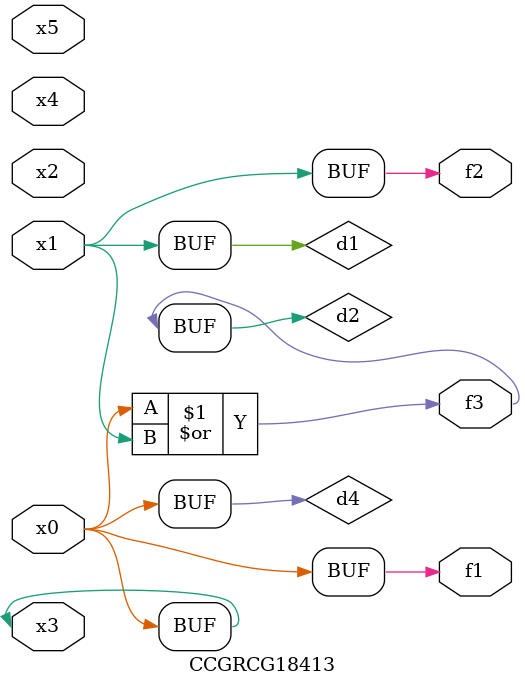
<source format=v>
module CCGRCG18413(
	input x0, x1, x2, x3, x4, x5,
	output f1, f2, f3
);

	wire d1, d2, d3, d4;

	and (d1, x1);
	or (d2, x0, x1);
	nand (d3, x0, x5);
	buf (d4, x0, x3);
	assign f1 = d4;
	assign f2 = d1;
	assign f3 = d2;
endmodule

</source>
